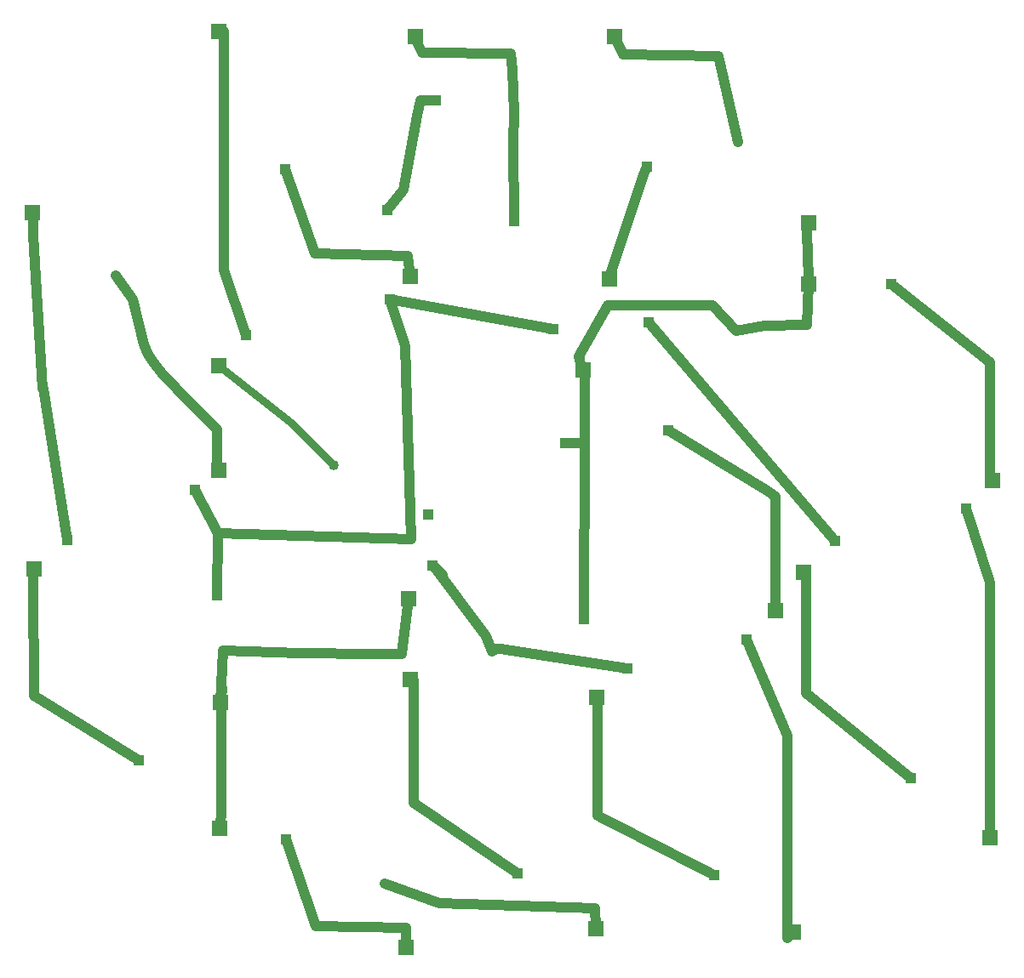
<source format=gbl>
G75*
%MOIN*%
%OFA0B0*%
%FSLAX25Y25*%
%IPPOS*%
%LPD*%
%AMOC8*
5,1,8,0,0,1.08239X$1,22.5*
%
%ADD10R,0.06000X0.06000*%
%ADD11C,0.04000*%
%ADD12C,0.04000*%
%ADD13R,0.03962X0.03962*%
%ADD14C,0.03150*%
%ADD15R,0.04356X0.04356*%
D10*
X0083400Y0066700D03*
X0083900Y0115800D03*
X0158100Y0125000D03*
X0157500Y0156600D03*
X0231100Y0118000D03*
X0301100Y0152000D03*
X0312100Y0167000D03*
X0386100Y0203000D03*
X0314100Y0280000D03*
X0314100Y0304000D03*
X0238100Y0377000D03*
X0160100Y0377000D03*
X0083100Y0379000D03*
X0010100Y0308000D03*
X0083100Y0248000D03*
X0083100Y0207000D03*
X0010900Y0168100D03*
X0158100Y0283000D03*
X0225800Y0246200D03*
X0236100Y0282000D03*
X0385100Y0063000D03*
X0308100Y0025800D03*
X0230900Y0027300D03*
X0156500Y0020000D03*
D11*
X0156383Y0027412D01*
X0121231Y0028089D01*
X0109700Y0062300D01*
X0083400Y0066700D02*
X0084200Y0071900D01*
X0084200Y0117500D01*
X0084600Y0121700D01*
X0083900Y0115800D01*
X0084300Y0123000D01*
X0084900Y0136200D01*
X0105000Y0135400D01*
X0115100Y0135200D01*
X0143700Y0135000D01*
X0154899Y0134902D01*
X0157500Y0156600D01*
X0166900Y0169600D02*
X0170737Y0165763D01*
X0167100Y0169700D01*
X0187931Y0141793D01*
X0190294Y0135981D01*
X0191775Y0136862D01*
X0193692Y0137011D01*
X0243300Y0129200D01*
X0231100Y0118000D02*
X0231500Y0117200D01*
X0231500Y0071600D01*
X0277200Y0048300D01*
X0305900Y0023600D02*
X0308100Y0025800D01*
X0305900Y0023600D02*
X0305900Y0102800D01*
X0289938Y0140502D01*
X0301100Y0152000D02*
X0301100Y0196500D01*
X0298500Y0198500D01*
X0259300Y0222400D01*
X0226400Y0218467D02*
X0225540Y0217606D01*
X0218969Y0217606D01*
X0226400Y0218467D02*
X0226456Y0245400D01*
X0225800Y0246200D01*
X0225200Y0247200D01*
X0224300Y0251600D01*
X0235600Y0271600D01*
X0276513Y0271600D01*
X0285720Y0261502D01*
X0296950Y0263376D01*
X0313594Y0263827D01*
X0314100Y0280000D01*
X0314000Y0293200D01*
X0313300Y0303500D01*
X0314100Y0304000D01*
X0346400Y0280000D02*
X0385100Y0249200D01*
X0385100Y0203600D01*
X0386100Y0203000D01*
X0375800Y0192000D02*
X0385100Y0162800D01*
X0385100Y0063000D01*
X0354100Y0086100D02*
X0313100Y0119600D01*
X0313100Y0165200D01*
X0312100Y0167000D01*
X0324500Y0179300D02*
X0251700Y0264800D01*
X0236100Y0282000D02*
X0236300Y0282800D01*
X0250025Y0323513D01*
X0250813Y0325887D01*
X0286500Y0335400D02*
X0278905Y0369110D01*
X0241456Y0369707D01*
X0238100Y0377000D01*
X0198061Y0363787D02*
X0198818Y0346981D01*
X0198619Y0335094D01*
X0198919Y0304594D01*
X0155400Y0317000D02*
X0160863Y0345943D01*
X0162288Y0351843D01*
X0168300Y0351800D01*
X0163043Y0370501D02*
X0197692Y0370319D01*
X0198061Y0363787D01*
X0163043Y0370501D02*
X0159800Y0376600D01*
X0160100Y0377000D01*
X0109300Y0325000D02*
X0120843Y0291757D01*
X0157130Y0290737D01*
X0158100Y0283000D01*
X0150200Y0274000D02*
X0156100Y0255600D01*
X0158600Y0179800D01*
X0082800Y0182100D01*
X0082700Y0157900D01*
X0082800Y0182100D02*
X0073900Y0199100D01*
X0083100Y0207000D02*
X0082700Y0208400D01*
X0082700Y0222800D01*
X0070700Y0234800D01*
X0070269Y0235194D01*
X0063069Y0242394D01*
X0061100Y0244400D01*
X0057875Y0248806D01*
X0055475Y0252350D01*
X0053824Y0256362D01*
X0049493Y0273994D01*
X0043000Y0283200D01*
X0010500Y0299000D02*
X0014200Y0238900D01*
X0014400Y0238800D01*
X0023900Y0179600D01*
X0010900Y0168100D02*
X0010700Y0163700D01*
X0010800Y0118400D01*
X0051900Y0093300D01*
X0148200Y0044800D02*
X0169494Y0037099D01*
X0230599Y0035131D01*
X0230900Y0027800D01*
X0231100Y0027800D01*
X0230900Y0027300D01*
X0200300Y0048900D02*
X0159500Y0076400D01*
X0159500Y0124400D01*
X0158100Y0125000D01*
X0226256Y0148500D02*
X0226400Y0218467D01*
X0214100Y0262300D02*
X0150200Y0274000D01*
X0149300Y0308800D02*
X0155400Y0317000D01*
X0085100Y0285200D02*
X0093946Y0259762D01*
X0083100Y0248000D02*
X0082700Y0246800D01*
X0085100Y0285200D02*
X0085100Y0378800D01*
X0083100Y0379000D01*
X0010100Y0308700D02*
X0010600Y0307500D01*
X0010500Y0299000D01*
X0010100Y0308000D02*
X0010400Y0308100D01*
X0010100Y0308700D01*
D12*
X0043000Y0283200D03*
X0128176Y0208932D03*
X0286500Y0335400D03*
X0148200Y0044800D03*
D13*
X0109700Y0062300D03*
X0051900Y0093300D03*
X0082700Y0157900D03*
X0073900Y0199100D03*
X0023900Y0179600D03*
X0093946Y0259762D03*
X0150200Y0274000D03*
X0150200Y0274000D03*
X0149300Y0308800D03*
X0109300Y0325000D03*
X0168300Y0351800D03*
X0198919Y0304594D03*
X0214100Y0262300D03*
X0251700Y0264800D03*
X0259300Y0222400D03*
X0218969Y0217606D03*
X0226256Y0148500D03*
X0243300Y0129200D03*
X0289938Y0140502D03*
X0324500Y0179300D03*
X0375800Y0192000D03*
X0346400Y0280000D03*
X0250813Y0325887D03*
X0191775Y0136862D03*
X0200300Y0048900D03*
X0277200Y0048300D03*
X0354100Y0086100D03*
D14*
X0128176Y0208932D02*
X0111538Y0225468D01*
X0083100Y0248000D01*
D15*
X0165200Y0189700D03*
X0166900Y0169600D03*
M02*

</source>
